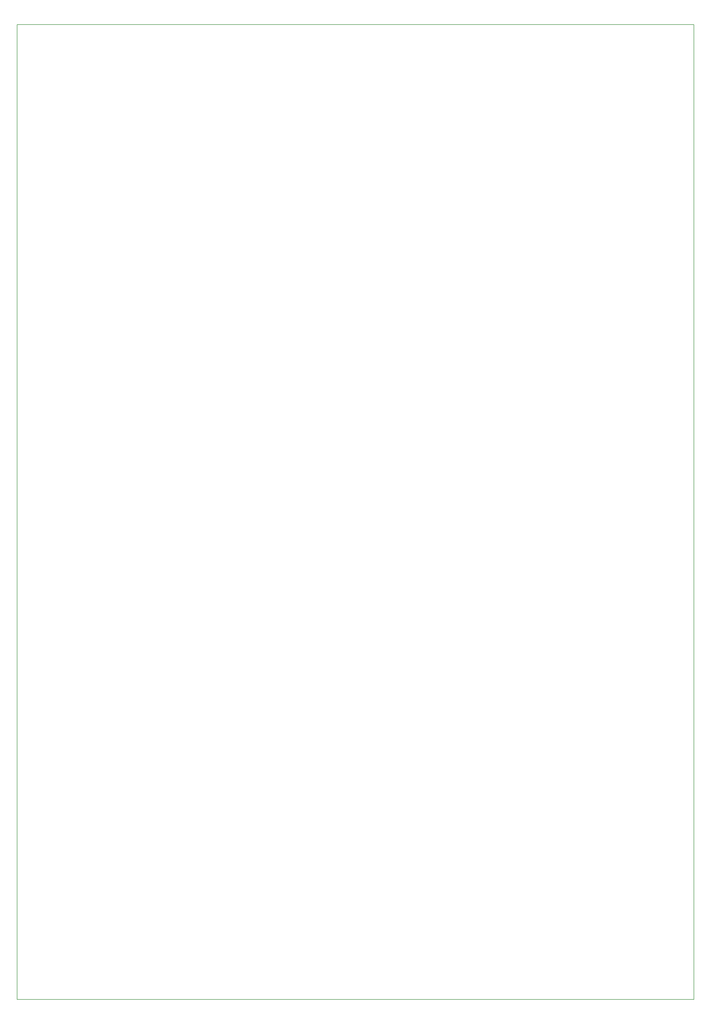
<source format=gbr>
G04 #@! TF.GenerationSoftware,KiCad,Pcbnew,(5.0.0)*
G04 #@! TF.CreationDate,2018-11-14T19:44:42+01:00*
G04 #@! TF.ProjectId,motivational board,6D6F7469766174696F6E616C20626F61,rev?*
G04 #@! TF.SameCoordinates,Original*
G04 #@! TF.FileFunction,Profile,NP*
%FSLAX46Y46*%
G04 Gerber Fmt 4.6, Leading zero omitted, Abs format (unit mm)*
G04 Created by KiCad (PCBNEW (5.0.0)) date 11/14/18 19:44:42*
%MOMM*%
%LPD*%
G01*
G04 APERTURE LIST*
%ADD10C,0.150000*%
G04 APERTURE END LIST*
D10*
X231140000Y-332740000D02*
X231140000Y0D01*
X0Y-332740000D02*
X231140000Y-332740000D01*
X0Y0D02*
X0Y-332740000D01*
X0Y0D02*
X231140000Y0D01*
M02*

</source>
